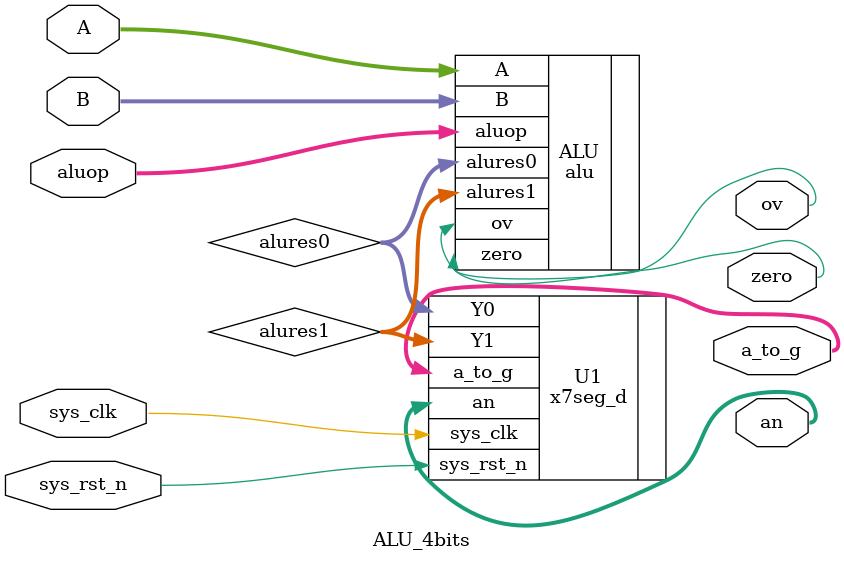
<source format=sv>
module ALU_4bits(
        input sys_clk,
        input sys_rst_n,
        input [3 : 0] A,
        input [3 : 0] B,
        input [3 : 0] aluop,
        output ov,
        output zero,
        output logic    [3 : 0]  an,
        output logic    [7 : 0]  a_to_g
    );
    
    logic [3 : 0] alures0, alures1;

    alu #(.N(4)) ALU(
        .A(A),
        .B(B),
        .aluop(aluop),
        .alures0(alures0),
        .alures1(alures1),
        .zero(zero),
        .ov(ov)
    );

    x7seg_d U1(
    .sys_clk    (sys_clk),
    .sys_rst_n  (sys_rst_n),
    .Y0         (alures0),
    .Y1         (alures1),
    .an         (an),
    .a_to_g     (a_to_g)
    );  
    
endmodule
</source>
